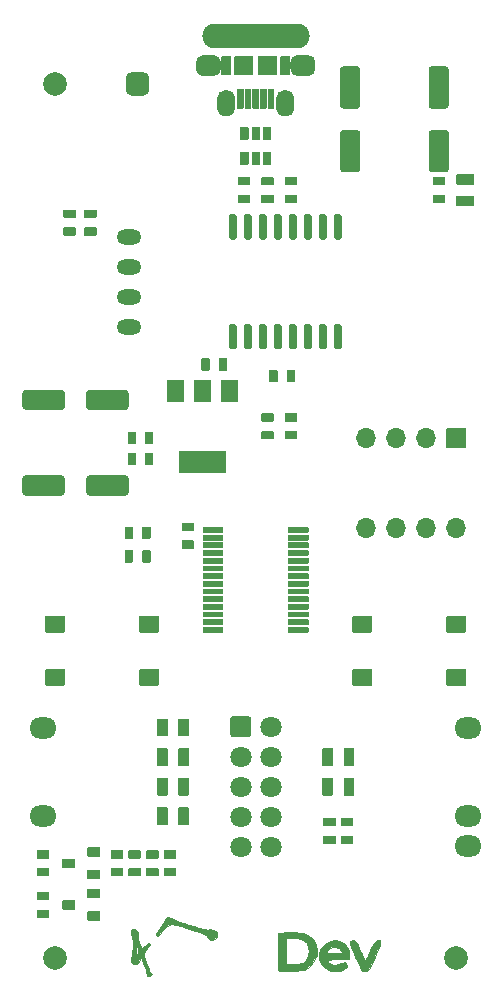
<source format=gts>
%TF.GenerationSoftware,KiCad,Pcbnew,(5.1.10)-1*%
%TF.CreationDate,2022-01-11T09:06:52+01:00*%
%TF.ProjectId,EspOptoProg,4573704f-7074-46f5-9072-6f672e6b6963,rev?*%
%TF.SameCoordinates,Original*%
%TF.FileFunction,Soldermask,Top*%
%TF.FilePolarity,Negative*%
%FSLAX46Y46*%
G04 Gerber Fmt 4.6, Leading zero omitted, Abs format (unit mm)*
G04 Created by KiCad (PCBNEW (5.1.10)-1) date 2022-01-11 09:06:52*
%MOMM*%
%LPD*%
G01*
G04 APERTURE LIST*
%ADD10C,0.010000*%
%ADD11O,2.100000X1.300000*%
%ADD12C,2.000000*%
%ADD13O,1.700000X1.700000*%
%ADD14C,1.800000*%
%ADD15O,2.300000X1.800000*%
%ADD16O,9.100000X2.100000*%
%ADD17O,1.000000X1.650000*%
%ADD18O,1.400000X1.100000*%
G04 APERTURE END LIST*
D10*
%TO.C,LOGO2*%
G36*
X12848121Y6399510D02*
G01*
X13032471Y6296958D01*
X13230412Y6190430D01*
X13530816Y6067645D01*
X13871916Y5953604D01*
X13904000Y5944189D01*
X14329899Y5817600D01*
X14802023Y5672381D01*
X15162144Y5557987D01*
X15602198Y5436436D01*
X15939082Y5395762D01*
X16116805Y5408655D01*
X16425523Y5401957D01*
X16648656Y5292437D01*
X16765084Y5111202D01*
X16753685Y4889362D01*
X16613333Y4677333D01*
X16417381Y4533462D01*
X16227280Y4535096D01*
X16039505Y4639801D01*
X15899138Y4773966D01*
X15851333Y4878360D01*
X15776575Y4954621D01*
X15579843Y5054946D01*
X15302451Y5158559D01*
X15279833Y5165792D01*
X14599921Y5379884D01*
X14062306Y5546889D01*
X13648271Y5672141D01*
X13339101Y5760976D01*
X13116077Y5818729D01*
X12960482Y5850734D01*
X12853600Y5862326D01*
X12834906Y5862667D01*
X12631855Y5793146D01*
X12379622Y5603472D01*
X12110427Y5321972D01*
X11896039Y5037167D01*
X11745690Y4873780D01*
X11626916Y4873548D01*
X11565295Y4970164D01*
X11593028Y5100038D01*
X11721232Y5311569D01*
X11885452Y5519320D01*
X12084142Y5776886D01*
X12233740Y6021629D01*
X12295735Y6178989D01*
X12399266Y6369748D01*
X12595542Y6445200D01*
X12848121Y6399510D01*
G37*
X12848121Y6399510D02*
X13032471Y6296958D01*
X13230412Y6190430D01*
X13530816Y6067645D01*
X13871916Y5953604D01*
X13904000Y5944189D01*
X14329899Y5817600D01*
X14802023Y5672381D01*
X15162144Y5557987D01*
X15602198Y5436436D01*
X15939082Y5395762D01*
X16116805Y5408655D01*
X16425523Y5401957D01*
X16648656Y5292437D01*
X16765084Y5111202D01*
X16753685Y4889362D01*
X16613333Y4677333D01*
X16417381Y4533462D01*
X16227280Y4535096D01*
X16039505Y4639801D01*
X15899138Y4773966D01*
X15851333Y4878360D01*
X15776575Y4954621D01*
X15579843Y5054946D01*
X15302451Y5158559D01*
X15279833Y5165792D01*
X14599921Y5379884D01*
X14062306Y5546889D01*
X13648271Y5672141D01*
X13339101Y5760976D01*
X13116077Y5818729D01*
X12960482Y5850734D01*
X12853600Y5862326D01*
X12834906Y5862667D01*
X12631855Y5793146D01*
X12379622Y5603472D01*
X12110427Y5321972D01*
X11896039Y5037167D01*
X11745690Y4873780D01*
X11626916Y4873548D01*
X11565295Y4970164D01*
X11593028Y5100038D01*
X11721232Y5311569D01*
X11885452Y5519320D01*
X12084142Y5776886D01*
X12233740Y6021629D01*
X12295735Y6178989D01*
X12399266Y6369748D01*
X12595542Y6445200D01*
X12848121Y6399510D01*
G36*
X28439033Y4443852D02*
G01*
X28588263Y4231183D01*
X28645400Y4105833D01*
X28783732Y3785850D01*
X28928956Y3462755D01*
X28974428Y3365000D01*
X29091962Y3106329D01*
X29187434Y2880104D01*
X29205266Y2833738D01*
X29245745Y2762293D01*
X29297552Y2775452D01*
X29374862Y2892789D01*
X29491848Y3133878D01*
X29603753Y3384071D01*
X29802267Y3826818D01*
X29952539Y4136245D01*
X30070569Y4335704D01*
X30172353Y4448551D01*
X30273888Y4498140D01*
X30373618Y4508000D01*
X30492814Y4490602D01*
X30557779Y4425727D01*
X30564715Y4294354D01*
X30509818Y4077462D01*
X30389287Y3756030D01*
X30199322Y3311038D01*
X30081403Y3045834D01*
X29884349Y2609035D01*
X29739345Y2303003D01*
X29629799Y2103708D01*
X29539118Y1987121D01*
X29450710Y1929212D01*
X29347983Y1905951D01*
X29290337Y1900180D01*
X29143780Y1894364D01*
X29039088Y1928332D01*
X28947192Y2032353D01*
X28839026Y2236696D01*
X28721197Y2492847D01*
X28448207Y3101077D01*
X28242969Y3573157D01*
X28099635Y3925438D01*
X28012358Y4174273D01*
X27975289Y4336012D01*
X27982581Y4427009D01*
X28017610Y4460325D01*
X28259875Y4513988D01*
X28439033Y4443852D01*
G37*
X28439033Y4443852D02*
X28588263Y4231183D01*
X28645400Y4105833D01*
X28783732Y3785850D01*
X28928956Y3462755D01*
X28974428Y3365000D01*
X29091962Y3106329D01*
X29187434Y2880104D01*
X29205266Y2833738D01*
X29245745Y2762293D01*
X29297552Y2775452D01*
X29374862Y2892789D01*
X29491848Y3133878D01*
X29603753Y3384071D01*
X29802267Y3826818D01*
X29952539Y4136245D01*
X30070569Y4335704D01*
X30172353Y4448551D01*
X30273888Y4498140D01*
X30373618Y4508000D01*
X30492814Y4490602D01*
X30557779Y4425727D01*
X30564715Y4294354D01*
X30509818Y4077462D01*
X30389287Y3756030D01*
X30199322Y3311038D01*
X30081403Y3045834D01*
X29884349Y2609035D01*
X29739345Y2303003D01*
X29629799Y2103708D01*
X29539118Y1987121D01*
X29450710Y1929212D01*
X29347983Y1905951D01*
X29290337Y1900180D01*
X29143780Y1894364D01*
X29039088Y1928332D01*
X28947192Y2032353D01*
X28839026Y2236696D01*
X28721197Y2492847D01*
X28448207Y3101077D01*
X28242969Y3573157D01*
X28099635Y3925438D01*
X28012358Y4174273D01*
X27975289Y4336012D01*
X27982581Y4427009D01*
X28017610Y4460325D01*
X28259875Y4513988D01*
X28439033Y4443852D01*
G36*
X27093175Y4430104D02*
G01*
X27443350Y4227652D01*
X27723264Y3933933D01*
X27899194Y3583630D01*
X27939973Y3238000D01*
X27916333Y2941667D01*
X26961864Y2899333D01*
X26550114Y2880123D01*
X26282324Y2861619D01*
X26133283Y2837026D01*
X26077783Y2799551D01*
X26090616Y2742402D01*
X26134293Y2676311D01*
X26354208Y2501452D01*
X26668678Y2432467D01*
X27035683Y2475120D01*
X27201026Y2529956D01*
X27424483Y2613153D01*
X27548708Y2628069D01*
X27630140Y2573059D01*
X27674387Y2516167D01*
X27770214Y2353173D01*
X27752597Y2233607D01*
X27604722Y2108724D01*
X27514167Y2051739D01*
X27181648Y1927400D01*
X26770193Y1883725D01*
X26350259Y1921658D01*
X26012609Y2031632D01*
X25688552Y2281916D01*
X25469691Y2630153D01*
X25365640Y3034518D01*
X25386014Y3453184D01*
X25386822Y3455233D01*
X26011333Y3455233D01*
X26089362Y3433138D01*
X26296937Y3416435D01*
X26594291Y3407892D01*
X26698993Y3407333D01*
X27386654Y3407333D01*
X27261852Y3597833D01*
X27019296Y3845492D01*
X26726361Y3954252D01*
X26425105Y3911373D01*
X26200814Y3769214D01*
X26047856Y3582169D01*
X26011333Y3455233D01*
X25386822Y3455233D01*
X25540427Y3844329D01*
X25581662Y3906433D01*
X25856646Y4180587D01*
X26216684Y4390614D01*
X26592052Y4499310D01*
X26706460Y4506607D01*
X27093175Y4430104D01*
G37*
X27093175Y4430104D02*
X27443350Y4227652D01*
X27723264Y3933933D01*
X27899194Y3583630D01*
X27939973Y3238000D01*
X27916333Y2941667D01*
X26961864Y2899333D01*
X26550114Y2880123D01*
X26282324Y2861619D01*
X26133283Y2837026D01*
X26077783Y2799551D01*
X26090616Y2742402D01*
X26134293Y2676311D01*
X26354208Y2501452D01*
X26668678Y2432467D01*
X27035683Y2475120D01*
X27201026Y2529956D01*
X27424483Y2613153D01*
X27548708Y2628069D01*
X27630140Y2573059D01*
X27674387Y2516167D01*
X27770214Y2353173D01*
X27752597Y2233607D01*
X27604722Y2108724D01*
X27514167Y2051739D01*
X27181648Y1927400D01*
X26770193Y1883725D01*
X26350259Y1921658D01*
X26012609Y2031632D01*
X25688552Y2281916D01*
X25469691Y2630153D01*
X25365640Y3034518D01*
X25386014Y3453184D01*
X25386822Y3455233D01*
X26011333Y3455233D01*
X26089362Y3433138D01*
X26296937Y3416435D01*
X26594291Y3407892D01*
X26698993Y3407333D01*
X27386654Y3407333D01*
X27261852Y3597833D01*
X27019296Y3845492D01*
X26726361Y3954252D01*
X26425105Y3911373D01*
X26200814Y3769214D01*
X26047856Y3582169D01*
X26011333Y3455233D01*
X25386822Y3455233D01*
X25540427Y3844329D01*
X25581662Y3906433D01*
X25856646Y4180587D01*
X26216684Y4390614D01*
X26592052Y4499310D01*
X26706460Y4506607D01*
X27093175Y4430104D01*
G36*
X23712172Y5150980D02*
G01*
X24029945Y5114747D01*
X24128680Y5093373D01*
X24524235Y4898431D01*
X24846611Y4562290D01*
X25079604Y4103213D01*
X25120856Y3975278D01*
X25193251Y3687486D01*
X25206006Y3467541D01*
X25159377Y3224905D01*
X25123323Y3098412D01*
X24896436Y2615681D01*
X24534557Y2234413D01*
X24277426Y2068785D01*
X24083312Y2004883D01*
X23784585Y1953005D01*
X23419049Y1914511D01*
X23024509Y1890762D01*
X22638769Y1883119D01*
X22299632Y1892943D01*
X22044904Y1921596D01*
X21912388Y1970437D01*
X21903648Y1983326D01*
X21890375Y2102705D01*
X21881256Y2361823D01*
X21880058Y2458624D01*
X22540000Y2458624D01*
X23266613Y2488479D01*
X23623060Y2506665D01*
X23855658Y2535017D01*
X24009843Y2587660D01*
X24131052Y2678718D01*
X24235740Y2789756D01*
X24470871Y3164924D01*
X24540917Y3577121D01*
X24471279Y3949580D01*
X24331919Y4245839D01*
X24127621Y4449323D01*
X23828346Y4577093D01*
X23404054Y4646208D01*
X23221006Y4659668D01*
X22540000Y4699090D01*
X22540000Y2458624D01*
X21880058Y2458624D01*
X21876685Y2731130D01*
X21877055Y3181072D01*
X21881805Y3621847D01*
X21905000Y5143000D01*
X22836333Y5168207D01*
X23297745Y5169759D01*
X23712172Y5150980D01*
G37*
X23712172Y5150980D02*
X24029945Y5114747D01*
X24128680Y5093373D01*
X24524235Y4898431D01*
X24846611Y4562290D01*
X25079604Y4103213D01*
X25120856Y3975278D01*
X25193251Y3687486D01*
X25206006Y3467541D01*
X25159377Y3224905D01*
X25123323Y3098412D01*
X24896436Y2615681D01*
X24534557Y2234413D01*
X24277426Y2068785D01*
X24083312Y2004883D01*
X23784585Y1953005D01*
X23419049Y1914511D01*
X23024509Y1890762D01*
X22638769Y1883119D01*
X22299632Y1892943D01*
X22044904Y1921596D01*
X21912388Y1970437D01*
X21903648Y1983326D01*
X21890375Y2102705D01*
X21881256Y2361823D01*
X21880058Y2458624D01*
X22540000Y2458624D01*
X23266613Y2488479D01*
X23623060Y2506665D01*
X23855658Y2535017D01*
X24009843Y2587660D01*
X24131052Y2678718D01*
X24235740Y2789756D01*
X24470871Y3164924D01*
X24540917Y3577121D01*
X24471279Y3949580D01*
X24331919Y4245839D01*
X24127621Y4449323D01*
X23828346Y4577093D01*
X23404054Y4646208D01*
X23221006Y4659668D01*
X22540000Y4699090D01*
X22540000Y2458624D01*
X21880058Y2458624D01*
X21876685Y2731130D01*
X21877055Y3181072D01*
X21881805Y3621847D01*
X21905000Y5143000D01*
X22836333Y5168207D01*
X23297745Y5169759D01*
X23712172Y5150980D01*
G36*
X9884726Y5386968D02*
G01*
X10019996Y5230836D01*
X10031200Y5005809D01*
X10031483Y4854925D01*
X10070920Y4618393D01*
X10135889Y4346960D01*
X10212768Y4091372D01*
X10287936Y3902374D01*
X10346646Y3830667D01*
X10437178Y3886452D01*
X10583335Y4022724D01*
X10602000Y4042333D01*
X10785613Y4196198D01*
X10937152Y4252208D01*
X11019592Y4200128D01*
X11025333Y4159344D01*
X10973308Y4043580D01*
X10841713Y3859854D01*
X10764025Y3767074D01*
X10601894Y3558491D01*
X10541414Y3387126D01*
X10557297Y3178122D01*
X10560036Y3163230D01*
X10634118Y2885344D01*
X10746900Y2575725D01*
X10779011Y2501812D01*
X10877114Y2261209D01*
X10934500Y2072015D01*
X10940667Y2025346D01*
X11000594Y1872749D01*
X11067667Y1798667D01*
X11184394Y1641329D01*
X11158778Y1514439D01*
X11000187Y1460072D01*
X10992263Y1460000D01*
X10842275Y1495416D01*
X10764914Y1632834D01*
X10743407Y1735167D01*
X10688943Y1976736D01*
X10603089Y2273146D01*
X10500917Y2581663D01*
X10397496Y2859553D01*
X10307897Y3064083D01*
X10247191Y3152520D01*
X10243278Y3153333D01*
X10197162Y3079922D01*
X10178666Y2909700D01*
X10117023Y2648823D01*
X9938272Y2508707D01*
X9696953Y2491049D01*
X9529001Y2537328D01*
X9453362Y2660788D01*
X9431666Y2804266D01*
X9437832Y3025458D01*
X9489851Y3175175D01*
X9495166Y3181033D01*
X9537683Y3300620D01*
X9567003Y3531978D01*
X9583106Y3831328D01*
X9583287Y3851833D01*
X9848095Y3851833D01*
X9860741Y3547240D01*
X9903998Y3362521D01*
X9969348Y3313029D01*
X10048273Y3414114D01*
X10066591Y3458030D01*
X10071787Y3614419D01*
X10025831Y3856978D01*
X9987363Y3987197D01*
X9856190Y4381000D01*
X9848095Y3851833D01*
X9583287Y3851833D01*
X9585971Y4154891D01*
X9575577Y4458886D01*
X9551902Y4699533D01*
X9514925Y4833054D01*
X9495969Y4846667D01*
X9441109Y4920313D01*
X9430853Y5103035D01*
X9432469Y5121833D01*
X9480580Y5324245D01*
X9598296Y5412325D01*
X9665923Y5426208D01*
X9884726Y5386968D01*
G37*
X9884726Y5386968D02*
X10019996Y5230836D01*
X10031200Y5005809D01*
X10031483Y4854925D01*
X10070920Y4618393D01*
X10135889Y4346960D01*
X10212768Y4091372D01*
X10287936Y3902374D01*
X10346646Y3830667D01*
X10437178Y3886452D01*
X10583335Y4022724D01*
X10602000Y4042333D01*
X10785613Y4196198D01*
X10937152Y4252208D01*
X11019592Y4200128D01*
X11025333Y4159344D01*
X10973308Y4043580D01*
X10841713Y3859854D01*
X10764025Y3767074D01*
X10601894Y3558491D01*
X10541414Y3387126D01*
X10557297Y3178122D01*
X10560036Y3163230D01*
X10634118Y2885344D01*
X10746900Y2575725D01*
X10779011Y2501812D01*
X10877114Y2261209D01*
X10934500Y2072015D01*
X10940667Y2025346D01*
X11000594Y1872749D01*
X11067667Y1798667D01*
X11184394Y1641329D01*
X11158778Y1514439D01*
X11000187Y1460072D01*
X10992263Y1460000D01*
X10842275Y1495416D01*
X10764914Y1632834D01*
X10743407Y1735167D01*
X10688943Y1976736D01*
X10603089Y2273146D01*
X10500917Y2581663D01*
X10397496Y2859553D01*
X10307897Y3064083D01*
X10247191Y3152520D01*
X10243278Y3153333D01*
X10197162Y3079922D01*
X10178666Y2909700D01*
X10117023Y2648823D01*
X9938272Y2508707D01*
X9696953Y2491049D01*
X9529001Y2537328D01*
X9453362Y2660788D01*
X9431666Y2804266D01*
X9437832Y3025458D01*
X9489851Y3175175D01*
X9495166Y3181033D01*
X9537683Y3300620D01*
X9567003Y3531978D01*
X9583106Y3831328D01*
X9583287Y3851833D01*
X9848095Y3851833D01*
X9860741Y3547240D01*
X9903998Y3362521D01*
X9969348Y3313029D01*
X10048273Y3414114D01*
X10066591Y3458030D01*
X10071787Y3614419D01*
X10025831Y3856978D01*
X9987363Y3987197D01*
X9856190Y4381000D01*
X9848095Y3851833D01*
X9583287Y3851833D01*
X9585971Y4154891D01*
X9575577Y4458886D01*
X9551902Y4699533D01*
X9514925Y4833054D01*
X9495969Y4846667D01*
X9441109Y4920313D01*
X9430853Y5103035D01*
X9432469Y5121833D01*
X9480580Y5324245D01*
X9598296Y5412325D01*
X9665923Y5426208D01*
X9884726Y5386968D01*
%TD*%
D11*
%TO.C,U50*%
X9250000Y56440000D03*
X9250000Y58980000D03*
X9250000Y61520000D03*
X9250000Y64060000D03*
%TD*%
%TO.C,C21*%
G36*
G01*
X21150000Y51775000D02*
X21150000Y52725000D01*
G75*
G02*
X21200000Y52775000I50000J0D01*
G01*
X21800000Y52775000D01*
G75*
G02*
X21850000Y52725000I0J-50000D01*
G01*
X21850000Y51775000D01*
G75*
G02*
X21800000Y51725000I-50000J0D01*
G01*
X21200000Y51725000D01*
G75*
G02*
X21150000Y51775000I0J50000D01*
G01*
G37*
G36*
G01*
X22650000Y51775000D02*
X22650000Y52725000D01*
G75*
G02*
X22700000Y52775000I50000J0D01*
G01*
X23300000Y52775000D01*
G75*
G02*
X23350000Y52725000I0J-50000D01*
G01*
X23350000Y51775000D01*
G75*
G02*
X23300000Y51725000I-50000J0D01*
G01*
X22700000Y51725000D01*
G75*
G02*
X22650000Y51775000I0J50000D01*
G01*
G37*
%TD*%
%TO.C,C20*%
G36*
G01*
X23475000Y66900000D02*
X22525000Y66900000D01*
G75*
G02*
X22475000Y66950000I0J50000D01*
G01*
X22475000Y67550000D01*
G75*
G02*
X22525000Y67600000I50000J0D01*
G01*
X23475000Y67600000D01*
G75*
G02*
X23525000Y67550000I0J-50000D01*
G01*
X23525000Y66950000D01*
G75*
G02*
X23475000Y66900000I-50000J0D01*
G01*
G37*
G36*
G01*
X23475000Y68400000D02*
X22525000Y68400000D01*
G75*
G02*
X22475000Y68450000I0J50000D01*
G01*
X22475000Y69050000D01*
G75*
G02*
X22525000Y69100000I50000J0D01*
G01*
X23475000Y69100000D01*
G75*
G02*
X23525000Y69050000I0J-50000D01*
G01*
X23525000Y68450000D01*
G75*
G02*
X23475000Y68400000I-50000J0D01*
G01*
G37*
%TD*%
%TO.C,U20*%
G36*
G01*
X26770000Y56675000D02*
X27120000Y56675000D01*
G75*
G02*
X27295000Y56500000I0J-175000D01*
G01*
X27295000Y54700000D01*
G75*
G02*
X27120000Y54525000I-175000J0D01*
G01*
X26770000Y54525000D01*
G75*
G02*
X26595000Y54700000I0J175000D01*
G01*
X26595000Y56500000D01*
G75*
G02*
X26770000Y56675000I175000J0D01*
G01*
G37*
G36*
G01*
X25500000Y56675000D02*
X25850000Y56675000D01*
G75*
G02*
X26025000Y56500000I0J-175000D01*
G01*
X26025000Y54700000D01*
G75*
G02*
X25850000Y54525000I-175000J0D01*
G01*
X25500000Y54525000D01*
G75*
G02*
X25325000Y54700000I0J175000D01*
G01*
X25325000Y56500000D01*
G75*
G02*
X25500000Y56675000I175000J0D01*
G01*
G37*
G36*
G01*
X24230000Y56675000D02*
X24580000Y56675000D01*
G75*
G02*
X24755000Y56500000I0J-175000D01*
G01*
X24755000Y54700000D01*
G75*
G02*
X24580000Y54525000I-175000J0D01*
G01*
X24230000Y54525000D01*
G75*
G02*
X24055000Y54700000I0J175000D01*
G01*
X24055000Y56500000D01*
G75*
G02*
X24230000Y56675000I175000J0D01*
G01*
G37*
G36*
G01*
X22960000Y56675000D02*
X23310000Y56675000D01*
G75*
G02*
X23485000Y56500000I0J-175000D01*
G01*
X23485000Y54700000D01*
G75*
G02*
X23310000Y54525000I-175000J0D01*
G01*
X22960000Y54525000D01*
G75*
G02*
X22785000Y54700000I0J175000D01*
G01*
X22785000Y56500000D01*
G75*
G02*
X22960000Y56675000I175000J0D01*
G01*
G37*
G36*
G01*
X21690000Y56675000D02*
X22040000Y56675000D01*
G75*
G02*
X22215000Y56500000I0J-175000D01*
G01*
X22215000Y54700000D01*
G75*
G02*
X22040000Y54525000I-175000J0D01*
G01*
X21690000Y54525000D01*
G75*
G02*
X21515000Y54700000I0J175000D01*
G01*
X21515000Y56500000D01*
G75*
G02*
X21690000Y56675000I175000J0D01*
G01*
G37*
G36*
G01*
X20420000Y56675000D02*
X20770000Y56675000D01*
G75*
G02*
X20945000Y56500000I0J-175000D01*
G01*
X20945000Y54700000D01*
G75*
G02*
X20770000Y54525000I-175000J0D01*
G01*
X20420000Y54525000D01*
G75*
G02*
X20245000Y54700000I0J175000D01*
G01*
X20245000Y56500000D01*
G75*
G02*
X20420000Y56675000I175000J0D01*
G01*
G37*
G36*
G01*
X19150000Y56675000D02*
X19500000Y56675000D01*
G75*
G02*
X19675000Y56500000I0J-175000D01*
G01*
X19675000Y54700000D01*
G75*
G02*
X19500000Y54525000I-175000J0D01*
G01*
X19150000Y54525000D01*
G75*
G02*
X18975000Y54700000I0J175000D01*
G01*
X18975000Y56500000D01*
G75*
G02*
X19150000Y56675000I175000J0D01*
G01*
G37*
G36*
G01*
X17880000Y56675000D02*
X18230000Y56675000D01*
G75*
G02*
X18405000Y56500000I0J-175000D01*
G01*
X18405000Y54700000D01*
G75*
G02*
X18230000Y54525000I-175000J0D01*
G01*
X17880000Y54525000D01*
G75*
G02*
X17705000Y54700000I0J175000D01*
G01*
X17705000Y56500000D01*
G75*
G02*
X17880000Y56675000I175000J0D01*
G01*
G37*
G36*
G01*
X17880000Y65975000D02*
X18230000Y65975000D01*
G75*
G02*
X18405000Y65800000I0J-175000D01*
G01*
X18405000Y64000000D01*
G75*
G02*
X18230000Y63825000I-175000J0D01*
G01*
X17880000Y63825000D01*
G75*
G02*
X17705000Y64000000I0J175000D01*
G01*
X17705000Y65800000D01*
G75*
G02*
X17880000Y65975000I175000J0D01*
G01*
G37*
G36*
G01*
X19150000Y65975000D02*
X19500000Y65975000D01*
G75*
G02*
X19675000Y65800000I0J-175000D01*
G01*
X19675000Y64000000D01*
G75*
G02*
X19500000Y63825000I-175000J0D01*
G01*
X19150000Y63825000D01*
G75*
G02*
X18975000Y64000000I0J175000D01*
G01*
X18975000Y65800000D01*
G75*
G02*
X19150000Y65975000I175000J0D01*
G01*
G37*
G36*
G01*
X20420000Y65975000D02*
X20770000Y65975000D01*
G75*
G02*
X20945000Y65800000I0J-175000D01*
G01*
X20945000Y64000000D01*
G75*
G02*
X20770000Y63825000I-175000J0D01*
G01*
X20420000Y63825000D01*
G75*
G02*
X20245000Y64000000I0J175000D01*
G01*
X20245000Y65800000D01*
G75*
G02*
X20420000Y65975000I175000J0D01*
G01*
G37*
G36*
G01*
X21690000Y65975000D02*
X22040000Y65975000D01*
G75*
G02*
X22215000Y65800000I0J-175000D01*
G01*
X22215000Y64000000D01*
G75*
G02*
X22040000Y63825000I-175000J0D01*
G01*
X21690000Y63825000D01*
G75*
G02*
X21515000Y64000000I0J175000D01*
G01*
X21515000Y65800000D01*
G75*
G02*
X21690000Y65975000I175000J0D01*
G01*
G37*
G36*
G01*
X22960000Y65975000D02*
X23310000Y65975000D01*
G75*
G02*
X23485000Y65800000I0J-175000D01*
G01*
X23485000Y64000000D01*
G75*
G02*
X23310000Y63825000I-175000J0D01*
G01*
X22960000Y63825000D01*
G75*
G02*
X22785000Y64000000I0J175000D01*
G01*
X22785000Y65800000D01*
G75*
G02*
X22960000Y65975000I175000J0D01*
G01*
G37*
G36*
G01*
X24230000Y65975000D02*
X24580000Y65975000D01*
G75*
G02*
X24755000Y65800000I0J-175000D01*
G01*
X24755000Y64000000D01*
G75*
G02*
X24580000Y63825000I-175000J0D01*
G01*
X24230000Y63825000D01*
G75*
G02*
X24055000Y64000000I0J175000D01*
G01*
X24055000Y65800000D01*
G75*
G02*
X24230000Y65975000I175000J0D01*
G01*
G37*
G36*
G01*
X25500000Y65975000D02*
X25850000Y65975000D01*
G75*
G02*
X26025000Y65800000I0J-175000D01*
G01*
X26025000Y64000000D01*
G75*
G02*
X25850000Y63825000I-175000J0D01*
G01*
X25500000Y63825000D01*
G75*
G02*
X25325000Y64000000I0J175000D01*
G01*
X25325000Y65800000D01*
G75*
G02*
X25500000Y65975000I175000J0D01*
G01*
G37*
G36*
G01*
X26770000Y65975000D02*
X27120000Y65975000D01*
G75*
G02*
X27295000Y65800000I0J-175000D01*
G01*
X27295000Y64000000D01*
G75*
G02*
X27120000Y63825000I-175000J0D01*
G01*
X26770000Y63825000D01*
G75*
G02*
X26595000Y64000000I0J175000D01*
G01*
X26595000Y65800000D01*
G75*
G02*
X26770000Y65975000I175000J0D01*
G01*
G37*
%TD*%
D12*
%TO.C,FID3*%
X37000000Y3000000D03*
%TD*%
%TO.C,FID2*%
X3000000Y3000000D03*
%TD*%
%TO.C,FID1*%
X3000000Y77000000D03*
%TD*%
%TO.C,U30*%
G36*
G01*
X17225000Y37675000D02*
X15575000Y37675000D01*
G75*
G02*
X15525000Y37725000I0J50000D01*
G01*
X15525000Y38125000D01*
G75*
G02*
X15575000Y38175000I50000J0D01*
G01*
X17225000Y38175000D01*
G75*
G02*
X17275000Y38125000I0J-50000D01*
G01*
X17275000Y37725000D01*
G75*
G02*
X17225000Y37675000I-50000J0D01*
G01*
G37*
G36*
G01*
X17225000Y38325000D02*
X15575000Y38325000D01*
G75*
G02*
X15525000Y38375000I0J50000D01*
G01*
X15525000Y38775000D01*
G75*
G02*
X15575000Y38825000I50000J0D01*
G01*
X17225000Y38825000D01*
G75*
G02*
X17275000Y38775000I0J-50000D01*
G01*
X17275000Y38375000D01*
G75*
G02*
X17225000Y38325000I-50000J0D01*
G01*
G37*
G36*
G01*
X17225000Y38975000D02*
X15575000Y38975000D01*
G75*
G02*
X15525000Y39025000I0J50000D01*
G01*
X15525000Y39425000D01*
G75*
G02*
X15575000Y39475000I50000J0D01*
G01*
X17225000Y39475000D01*
G75*
G02*
X17275000Y39425000I0J-50000D01*
G01*
X17275000Y39025000D01*
G75*
G02*
X17225000Y38975000I-50000J0D01*
G01*
G37*
G36*
G01*
X24425000Y38975000D02*
X22775000Y38975000D01*
G75*
G02*
X22725000Y39025000I0J50000D01*
G01*
X22725000Y39425000D01*
G75*
G02*
X22775000Y39475000I50000J0D01*
G01*
X24425000Y39475000D01*
G75*
G02*
X24475000Y39425000I0J-50000D01*
G01*
X24475000Y39025000D01*
G75*
G02*
X24425000Y38975000I-50000J0D01*
G01*
G37*
G36*
G01*
X24425000Y38325000D02*
X22775000Y38325000D01*
G75*
G02*
X22725000Y38375000I0J50000D01*
G01*
X22725000Y38775000D01*
G75*
G02*
X22775000Y38825000I50000J0D01*
G01*
X24425000Y38825000D01*
G75*
G02*
X24475000Y38775000I0J-50000D01*
G01*
X24475000Y38375000D01*
G75*
G02*
X24425000Y38325000I-50000J0D01*
G01*
G37*
G36*
G01*
X24425000Y37675000D02*
X22775000Y37675000D01*
G75*
G02*
X22725000Y37725000I0J50000D01*
G01*
X22725000Y38125000D01*
G75*
G02*
X22775000Y38175000I50000J0D01*
G01*
X24425000Y38175000D01*
G75*
G02*
X24475000Y38125000I0J-50000D01*
G01*
X24475000Y37725000D01*
G75*
G02*
X24425000Y37675000I-50000J0D01*
G01*
G37*
G36*
G01*
X24425000Y31825000D02*
X22775000Y31825000D01*
G75*
G02*
X22725000Y31875000I0J50000D01*
G01*
X22725000Y32275000D01*
G75*
G02*
X22775000Y32325000I50000J0D01*
G01*
X24425000Y32325000D01*
G75*
G02*
X24475000Y32275000I0J-50000D01*
G01*
X24475000Y31875000D01*
G75*
G02*
X24425000Y31825000I-50000J0D01*
G01*
G37*
G36*
G01*
X24425000Y31175000D02*
X22775000Y31175000D01*
G75*
G02*
X22725000Y31225000I0J50000D01*
G01*
X22725000Y31625000D01*
G75*
G02*
X22775000Y31675000I50000J0D01*
G01*
X24425000Y31675000D01*
G75*
G02*
X24475000Y31625000I0J-50000D01*
G01*
X24475000Y31225000D01*
G75*
G02*
X24425000Y31175000I-50000J0D01*
G01*
G37*
G36*
G01*
X24425000Y30525000D02*
X22775000Y30525000D01*
G75*
G02*
X22725000Y30575000I0J50000D01*
G01*
X22725000Y30975000D01*
G75*
G02*
X22775000Y31025000I50000J0D01*
G01*
X24425000Y31025000D01*
G75*
G02*
X24475000Y30975000I0J-50000D01*
G01*
X24475000Y30575000D01*
G75*
G02*
X24425000Y30525000I-50000J0D01*
G01*
G37*
G36*
G01*
X17225000Y30525000D02*
X15575000Y30525000D01*
G75*
G02*
X15525000Y30575000I0J50000D01*
G01*
X15525000Y30975000D01*
G75*
G02*
X15575000Y31025000I50000J0D01*
G01*
X17225000Y31025000D01*
G75*
G02*
X17275000Y30975000I0J-50000D01*
G01*
X17275000Y30575000D01*
G75*
G02*
X17225000Y30525000I-50000J0D01*
G01*
G37*
G36*
G01*
X17225000Y31175000D02*
X15575000Y31175000D01*
G75*
G02*
X15525000Y31225000I0J50000D01*
G01*
X15525000Y31625000D01*
G75*
G02*
X15575000Y31675000I50000J0D01*
G01*
X17225000Y31675000D01*
G75*
G02*
X17275000Y31625000I0J-50000D01*
G01*
X17275000Y31225000D01*
G75*
G02*
X17225000Y31175000I-50000J0D01*
G01*
G37*
G36*
G01*
X17225000Y31825000D02*
X15575000Y31825000D01*
G75*
G02*
X15525000Y31875000I0J50000D01*
G01*
X15525000Y32275000D01*
G75*
G02*
X15575000Y32325000I50000J0D01*
G01*
X17225000Y32325000D01*
G75*
G02*
X17275000Y32275000I0J-50000D01*
G01*
X17275000Y31875000D01*
G75*
G02*
X17225000Y31825000I-50000J0D01*
G01*
G37*
G36*
G01*
X17225000Y33125000D02*
X15575000Y33125000D01*
G75*
G02*
X15525000Y33175000I0J50000D01*
G01*
X15525000Y33575000D01*
G75*
G02*
X15575000Y33625000I50000J0D01*
G01*
X17225000Y33625000D01*
G75*
G02*
X17275000Y33575000I0J-50000D01*
G01*
X17275000Y33175000D01*
G75*
G02*
X17225000Y33125000I-50000J0D01*
G01*
G37*
G36*
G01*
X24425000Y37025000D02*
X22775000Y37025000D01*
G75*
G02*
X22725000Y37075000I0J50000D01*
G01*
X22725000Y37475000D01*
G75*
G02*
X22775000Y37525000I50000J0D01*
G01*
X24425000Y37525000D01*
G75*
G02*
X24475000Y37475000I0J-50000D01*
G01*
X24475000Y37075000D01*
G75*
G02*
X24425000Y37025000I-50000J0D01*
G01*
G37*
G36*
G01*
X17225000Y33775000D02*
X15575000Y33775000D01*
G75*
G02*
X15525000Y33825000I0J50000D01*
G01*
X15525000Y34225000D01*
G75*
G02*
X15575000Y34275000I50000J0D01*
G01*
X17225000Y34275000D01*
G75*
G02*
X17275000Y34225000I0J-50000D01*
G01*
X17275000Y33825000D01*
G75*
G02*
X17225000Y33775000I-50000J0D01*
G01*
G37*
G36*
G01*
X17225000Y34425000D02*
X15575000Y34425000D01*
G75*
G02*
X15525000Y34475000I0J50000D01*
G01*
X15525000Y34875000D01*
G75*
G02*
X15575000Y34925000I50000J0D01*
G01*
X17225000Y34925000D01*
G75*
G02*
X17275000Y34875000I0J-50000D01*
G01*
X17275000Y34475000D01*
G75*
G02*
X17225000Y34425000I-50000J0D01*
G01*
G37*
G36*
G01*
X17225000Y35075000D02*
X15575000Y35075000D01*
G75*
G02*
X15525000Y35125000I0J50000D01*
G01*
X15525000Y35525000D01*
G75*
G02*
X15575000Y35575000I50000J0D01*
G01*
X17225000Y35575000D01*
G75*
G02*
X17275000Y35525000I0J-50000D01*
G01*
X17275000Y35125000D01*
G75*
G02*
X17225000Y35075000I-50000J0D01*
G01*
G37*
G36*
G01*
X17225000Y35725000D02*
X15575000Y35725000D01*
G75*
G02*
X15525000Y35775000I0J50000D01*
G01*
X15525000Y36175000D01*
G75*
G02*
X15575000Y36225000I50000J0D01*
G01*
X17225000Y36225000D01*
G75*
G02*
X17275000Y36175000I0J-50000D01*
G01*
X17275000Y35775000D01*
G75*
G02*
X17225000Y35725000I-50000J0D01*
G01*
G37*
G36*
G01*
X17225000Y36375000D02*
X15575000Y36375000D01*
G75*
G02*
X15525000Y36425000I0J50000D01*
G01*
X15525000Y36825000D01*
G75*
G02*
X15575000Y36875000I50000J0D01*
G01*
X17225000Y36875000D01*
G75*
G02*
X17275000Y36825000I0J-50000D01*
G01*
X17275000Y36425000D01*
G75*
G02*
X17225000Y36375000I-50000J0D01*
G01*
G37*
G36*
G01*
X17225000Y37025000D02*
X15575000Y37025000D01*
G75*
G02*
X15525000Y37075000I0J50000D01*
G01*
X15525000Y37475000D01*
G75*
G02*
X15575000Y37525000I50000J0D01*
G01*
X17225000Y37525000D01*
G75*
G02*
X17275000Y37475000I0J-50000D01*
G01*
X17275000Y37075000D01*
G75*
G02*
X17225000Y37025000I-50000J0D01*
G01*
G37*
G36*
G01*
X24425000Y33775000D02*
X22775000Y33775000D01*
G75*
G02*
X22725000Y33825000I0J50000D01*
G01*
X22725000Y34225000D01*
G75*
G02*
X22775000Y34275000I50000J0D01*
G01*
X24425000Y34275000D01*
G75*
G02*
X24475000Y34225000I0J-50000D01*
G01*
X24475000Y33825000D01*
G75*
G02*
X24425000Y33775000I-50000J0D01*
G01*
G37*
G36*
G01*
X24425000Y33125000D02*
X22775000Y33125000D01*
G75*
G02*
X22725000Y33175000I0J50000D01*
G01*
X22725000Y33575000D01*
G75*
G02*
X22775000Y33625000I50000J0D01*
G01*
X24425000Y33625000D01*
G75*
G02*
X24475000Y33575000I0J-50000D01*
G01*
X24475000Y33175000D01*
G75*
G02*
X24425000Y33125000I-50000J0D01*
G01*
G37*
G36*
G01*
X24425000Y32475000D02*
X22775000Y32475000D01*
G75*
G02*
X22725000Y32525000I0J50000D01*
G01*
X22725000Y32925000D01*
G75*
G02*
X22775000Y32975000I50000J0D01*
G01*
X24425000Y32975000D01*
G75*
G02*
X24475000Y32925000I0J-50000D01*
G01*
X24475000Y32525000D01*
G75*
G02*
X24425000Y32475000I-50000J0D01*
G01*
G37*
G36*
G01*
X17225000Y32475000D02*
X15575000Y32475000D01*
G75*
G02*
X15525000Y32525000I0J50000D01*
G01*
X15525000Y32925000D01*
G75*
G02*
X15575000Y32975000I50000J0D01*
G01*
X17225000Y32975000D01*
G75*
G02*
X17275000Y32925000I0J-50000D01*
G01*
X17275000Y32525000D01*
G75*
G02*
X17225000Y32475000I-50000J0D01*
G01*
G37*
G36*
G01*
X24425000Y36375000D02*
X22775000Y36375000D01*
G75*
G02*
X22725000Y36425000I0J50000D01*
G01*
X22725000Y36825000D01*
G75*
G02*
X22775000Y36875000I50000J0D01*
G01*
X24425000Y36875000D01*
G75*
G02*
X24475000Y36825000I0J-50000D01*
G01*
X24475000Y36425000D01*
G75*
G02*
X24425000Y36375000I-50000J0D01*
G01*
G37*
G36*
G01*
X24425000Y35725000D02*
X22775000Y35725000D01*
G75*
G02*
X22725000Y35775000I0J50000D01*
G01*
X22725000Y36175000D01*
G75*
G02*
X22775000Y36225000I50000J0D01*
G01*
X24425000Y36225000D01*
G75*
G02*
X24475000Y36175000I0J-50000D01*
G01*
X24475000Y35775000D01*
G75*
G02*
X24425000Y35725000I-50000J0D01*
G01*
G37*
G36*
G01*
X24425000Y35075000D02*
X22775000Y35075000D01*
G75*
G02*
X22725000Y35125000I0J50000D01*
G01*
X22725000Y35525000D01*
G75*
G02*
X22775000Y35575000I50000J0D01*
G01*
X24425000Y35575000D01*
G75*
G02*
X24475000Y35525000I0J-50000D01*
G01*
X24475000Y35125000D01*
G75*
G02*
X24425000Y35075000I-50000J0D01*
G01*
G37*
G36*
G01*
X24425000Y34425000D02*
X22775000Y34425000D01*
G75*
G02*
X22725000Y34475000I0J50000D01*
G01*
X22725000Y34875000D01*
G75*
G02*
X22775000Y34925000I50000J0D01*
G01*
X24425000Y34925000D01*
G75*
G02*
X24475000Y34875000I0J-50000D01*
G01*
X24475000Y34475000D01*
G75*
G02*
X24425000Y34425000I-50000J0D01*
G01*
G37*
%TD*%
%TO.C,C53*%
G36*
G01*
X36084375Y74900000D02*
X34915625Y74900000D01*
G75*
G02*
X34650000Y75165625I0J265625D01*
G01*
X34650000Y78234375D01*
G75*
G02*
X34915625Y78500000I265625J0D01*
G01*
X36084375Y78500000D01*
G75*
G02*
X36350000Y78234375I0J-265625D01*
G01*
X36350000Y75165625D01*
G75*
G02*
X36084375Y74900000I-265625J0D01*
G01*
G37*
G36*
G01*
X36084375Y69500000D02*
X34915625Y69500000D01*
G75*
G02*
X34650000Y69765625I0J265625D01*
G01*
X34650000Y72834375D01*
G75*
G02*
X34915625Y73100000I265625J0D01*
G01*
X36084375Y73100000D01*
G75*
G02*
X36350000Y72834375I0J-265625D01*
G01*
X36350000Y69765625D01*
G75*
G02*
X36084375Y69500000I-265625J0D01*
G01*
G37*
%TD*%
D13*
%TO.C,J30*%
X37000000Y39380000D03*
X29380000Y47000000D03*
X34460000Y39380000D03*
X31920000Y47000000D03*
X31920000Y39380000D03*
X34460000Y47000000D03*
X29380000Y39380000D03*
G36*
G01*
X36200000Y47850000D02*
X37800000Y47850000D01*
G75*
G02*
X37850000Y47800000I0J-50000D01*
G01*
X37850000Y46200000D01*
G75*
G02*
X37800000Y46150000I-50000J0D01*
G01*
X36200000Y46150000D01*
G75*
G02*
X36150000Y46200000I0J50000D01*
G01*
X36150000Y47800000D01*
G75*
G02*
X36200000Y47850000I50000J0D01*
G01*
G37*
%TD*%
D14*
%TO.C,J40*%
X21270000Y12420000D03*
X21270000Y14960000D03*
X21270000Y17500000D03*
X21270000Y20040000D03*
X21270000Y22580000D03*
X18730000Y12420000D03*
X18730000Y14960000D03*
X18730000Y17500000D03*
X18730000Y20040000D03*
G36*
G01*
X17830000Y21944705D02*
X17830000Y23215295D01*
G75*
G02*
X18094705Y23480000I264705J0D01*
G01*
X19365295Y23480000D01*
G75*
G02*
X19630000Y23215295I0J-264705D01*
G01*
X19630000Y21944705D01*
G75*
G02*
X19365295Y21680000I-264705J0D01*
G01*
X18094705Y21680000D01*
G75*
G02*
X17830000Y21944705I0J264705D01*
G01*
G37*
%TD*%
%TO.C,C57*%
G36*
G01*
X11100000Y39475000D02*
X11100000Y38525000D01*
G75*
G02*
X11050000Y38475000I-50000J0D01*
G01*
X10450000Y38475000D01*
G75*
G02*
X10400000Y38525000I0J50000D01*
G01*
X10400000Y39475000D01*
G75*
G02*
X10450000Y39525000I50000J0D01*
G01*
X11050000Y39525000D01*
G75*
G02*
X11100000Y39475000I0J-50000D01*
G01*
G37*
G36*
G01*
X9600000Y39475000D02*
X9600000Y38525000D01*
G75*
G02*
X9550000Y38475000I-50000J0D01*
G01*
X8950000Y38475000D01*
G75*
G02*
X8900000Y38525000I0J50000D01*
G01*
X8900000Y39475000D01*
G75*
G02*
X8950000Y39525000I50000J0D01*
G01*
X9550000Y39525000D01*
G75*
G02*
X9600000Y39475000I0J-50000D01*
G01*
G37*
%TD*%
%TO.C,C56*%
G36*
G01*
X11100000Y37475000D02*
X11100000Y36525000D01*
G75*
G02*
X11050000Y36475000I-50000J0D01*
G01*
X10450000Y36475000D01*
G75*
G02*
X10400000Y36525000I0J50000D01*
G01*
X10400000Y37475000D01*
G75*
G02*
X10450000Y37525000I50000J0D01*
G01*
X11050000Y37525000D01*
G75*
G02*
X11100000Y37475000I0J-50000D01*
G01*
G37*
G36*
G01*
X9600000Y37475000D02*
X9600000Y36525000D01*
G75*
G02*
X9550000Y36475000I-50000J0D01*
G01*
X8950000Y36475000D01*
G75*
G02*
X8900000Y36525000I0J50000D01*
G01*
X8900000Y37475000D01*
G75*
G02*
X8950000Y37525000I50000J0D01*
G01*
X9550000Y37525000D01*
G75*
G02*
X9600000Y37475000I0J-50000D01*
G01*
G37*
%TD*%
%TO.C,C55*%
G36*
G01*
X3850000Y43584375D02*
X3850000Y42415625D01*
G75*
G02*
X3584375Y42150000I-265625J0D01*
G01*
X515625Y42150000D01*
G75*
G02*
X250000Y42415625I0J265625D01*
G01*
X250000Y43584375D01*
G75*
G02*
X515625Y43850000I265625J0D01*
G01*
X3584375Y43850000D01*
G75*
G02*
X3850000Y43584375I0J-265625D01*
G01*
G37*
G36*
G01*
X9250000Y43584375D02*
X9250000Y42415625D01*
G75*
G02*
X8984375Y42150000I-265625J0D01*
G01*
X5915625Y42150000D01*
G75*
G02*
X5650000Y42415625I0J265625D01*
G01*
X5650000Y43584375D01*
G75*
G02*
X5915625Y43850000I265625J0D01*
G01*
X8984375Y43850000D01*
G75*
G02*
X9250000Y43584375I0J-265625D01*
G01*
G37*
%TD*%
%TO.C,C54*%
G36*
G01*
X3850000Y50834375D02*
X3850000Y49665625D01*
G75*
G02*
X3584375Y49400000I-265625J0D01*
G01*
X515625Y49400000D01*
G75*
G02*
X250000Y49665625I0J265625D01*
G01*
X250000Y50834375D01*
G75*
G02*
X515625Y51100000I265625J0D01*
G01*
X3584375Y51100000D01*
G75*
G02*
X3850000Y50834375I0J-265625D01*
G01*
G37*
G36*
G01*
X9250000Y50834375D02*
X9250000Y49665625D01*
G75*
G02*
X8984375Y49400000I-265625J0D01*
G01*
X5915625Y49400000D01*
G75*
G02*
X5650000Y49665625I0J265625D01*
G01*
X5650000Y50834375D01*
G75*
G02*
X5915625Y51100000I265625J0D01*
G01*
X8984375Y51100000D01*
G75*
G02*
X9250000Y50834375I0J-265625D01*
G01*
G37*
%TD*%
%TO.C,C52*%
G36*
G01*
X28584375Y74900000D02*
X27415625Y74900000D01*
G75*
G02*
X27150000Y75165625I0J265625D01*
G01*
X27150000Y78234375D01*
G75*
G02*
X27415625Y78500000I265625J0D01*
G01*
X28584375Y78500000D01*
G75*
G02*
X28850000Y78234375I0J-265625D01*
G01*
X28850000Y75165625D01*
G75*
G02*
X28584375Y74900000I-265625J0D01*
G01*
G37*
G36*
G01*
X28584375Y69500000D02*
X27415625Y69500000D01*
G75*
G02*
X27150000Y69765625I0J265625D01*
G01*
X27150000Y72834375D01*
G75*
G02*
X27415625Y73100000I265625J0D01*
G01*
X28584375Y73100000D01*
G75*
G02*
X28850000Y72834375I0J-265625D01*
G01*
X28850000Y69765625D01*
G75*
G02*
X28584375Y69500000I-265625J0D01*
G01*
G37*
%TD*%
D15*
%TO.C,TP45*%
X2000000Y15000000D03*
%TD*%
%TO.C,TP44*%
X2000000Y22500000D03*
%TD*%
%TO.C,T71*%
G36*
G01*
X6807020Y8052500D02*
X5806260Y8052500D01*
G75*
G02*
X5756260Y8102500I0J50000D01*
G01*
X5756260Y8802500D01*
G75*
G02*
X5806260Y8852500I50000J0D01*
G01*
X6807020Y8852500D01*
G75*
G02*
X6857020Y8802500I0J-50000D01*
G01*
X6857020Y8102500D01*
G75*
G02*
X6807020Y8052500I-50000J0D01*
G01*
G37*
G36*
G01*
X4693740Y7100000D02*
X3692980Y7100000D01*
G75*
G02*
X3642980Y7150000I0J50000D01*
G01*
X3642980Y7850000D01*
G75*
G02*
X3692980Y7900000I50000J0D01*
G01*
X4693740Y7900000D01*
G75*
G02*
X4743740Y7850000I0J-50000D01*
G01*
X4743740Y7150000D01*
G75*
G02*
X4693740Y7100000I-50000J0D01*
G01*
G37*
G36*
G01*
X6807020Y6147500D02*
X5806260Y6147500D01*
G75*
G02*
X5756260Y6197500I0J50000D01*
G01*
X5756260Y6897500D01*
G75*
G02*
X5806260Y6947500I50000J0D01*
G01*
X6807020Y6947500D01*
G75*
G02*
X6857020Y6897500I0J-50000D01*
G01*
X6857020Y6197500D01*
G75*
G02*
X6807020Y6147500I-50000J0D01*
G01*
G37*
%TD*%
%TO.C,T70*%
G36*
G01*
X6807020Y11552500D02*
X5806260Y11552500D01*
G75*
G02*
X5756260Y11602500I0J50000D01*
G01*
X5756260Y12302500D01*
G75*
G02*
X5806260Y12352500I50000J0D01*
G01*
X6807020Y12352500D01*
G75*
G02*
X6857020Y12302500I0J-50000D01*
G01*
X6857020Y11602500D01*
G75*
G02*
X6807020Y11552500I-50000J0D01*
G01*
G37*
G36*
G01*
X4693740Y10600000D02*
X3692980Y10600000D01*
G75*
G02*
X3642980Y10650000I0J50000D01*
G01*
X3642980Y11350000D01*
G75*
G02*
X3692980Y11400000I50000J0D01*
G01*
X4693740Y11400000D01*
G75*
G02*
X4743740Y11350000I0J-50000D01*
G01*
X4743740Y10650000D01*
G75*
G02*
X4693740Y10600000I-50000J0D01*
G01*
G37*
G36*
G01*
X6807020Y9647500D02*
X5806260Y9647500D01*
G75*
G02*
X5756260Y9697500I0J50000D01*
G01*
X5756260Y10397500D01*
G75*
G02*
X5806260Y10447500I50000J0D01*
G01*
X6807020Y10447500D01*
G75*
G02*
X6857020Y10397500I0J-50000D01*
G01*
X6857020Y9697500D01*
G75*
G02*
X6807020Y9647500I-50000J0D01*
G01*
G37*
%TD*%
%TO.C,SKIP1*%
G36*
G01*
X9000000Y76500000D02*
X9000000Y77500000D01*
G75*
G02*
X9500000Y78000000I500000J0D01*
G01*
X10500000Y78000000D01*
G75*
G02*
X11000000Y77500000I0J-500000D01*
G01*
X11000000Y76500000D01*
G75*
G02*
X10500000Y76000000I-500000J0D01*
G01*
X9500000Y76000000D01*
G75*
G02*
X9000000Y76500000I0J500000D01*
G01*
G37*
%TD*%
%TO.C,R76*%
G36*
G01*
X10225000Y11400000D02*
X9275000Y11400000D01*
G75*
G02*
X9225000Y11450000I0J50000D01*
G01*
X9225000Y12050000D01*
G75*
G02*
X9275000Y12100000I50000J0D01*
G01*
X10225000Y12100000D01*
G75*
G02*
X10275000Y12050000I0J-50000D01*
G01*
X10275000Y11450000D01*
G75*
G02*
X10225000Y11400000I-50000J0D01*
G01*
G37*
G36*
G01*
X10225000Y9900000D02*
X9275000Y9900000D01*
G75*
G02*
X9225000Y9950000I0J50000D01*
G01*
X9225000Y10550000D01*
G75*
G02*
X9275000Y10600000I50000J0D01*
G01*
X10225000Y10600000D01*
G75*
G02*
X10275000Y10550000I0J-50000D01*
G01*
X10275000Y9950000D01*
G75*
G02*
X10225000Y9900000I-50000J0D01*
G01*
G37*
%TD*%
%TO.C,R75*%
G36*
G01*
X1525000Y7100000D02*
X2475000Y7100000D01*
G75*
G02*
X2525000Y7050000I0J-50000D01*
G01*
X2525000Y6450000D01*
G75*
G02*
X2475000Y6400000I-50000J0D01*
G01*
X1525000Y6400000D01*
G75*
G02*
X1475000Y6450000I0J50000D01*
G01*
X1475000Y7050000D01*
G75*
G02*
X1525000Y7100000I50000J0D01*
G01*
G37*
G36*
G01*
X1525000Y8600000D02*
X2475000Y8600000D01*
G75*
G02*
X2525000Y8550000I0J-50000D01*
G01*
X2525000Y7950000D01*
G75*
G02*
X2475000Y7900000I-50000J0D01*
G01*
X1525000Y7900000D01*
G75*
G02*
X1475000Y7950000I0J50000D01*
G01*
X1475000Y8550000D01*
G75*
G02*
X1525000Y8600000I50000J0D01*
G01*
G37*
%TD*%
%TO.C,R74*%
G36*
G01*
X11725000Y11400000D02*
X10775000Y11400000D01*
G75*
G02*
X10725000Y11450000I0J50000D01*
G01*
X10725000Y12050000D01*
G75*
G02*
X10775000Y12100000I50000J0D01*
G01*
X11725000Y12100000D01*
G75*
G02*
X11775000Y12050000I0J-50000D01*
G01*
X11775000Y11450000D01*
G75*
G02*
X11725000Y11400000I-50000J0D01*
G01*
G37*
G36*
G01*
X11725000Y9900000D02*
X10775000Y9900000D01*
G75*
G02*
X10725000Y9950000I0J50000D01*
G01*
X10725000Y10550000D01*
G75*
G02*
X10775000Y10600000I50000J0D01*
G01*
X11725000Y10600000D01*
G75*
G02*
X11775000Y10550000I0J-50000D01*
G01*
X11775000Y9950000D01*
G75*
G02*
X11725000Y9900000I-50000J0D01*
G01*
G37*
%TD*%
%TO.C,R73*%
G36*
G01*
X1525000Y10600000D02*
X2475000Y10600000D01*
G75*
G02*
X2525000Y10550000I0J-50000D01*
G01*
X2525000Y9950000D01*
G75*
G02*
X2475000Y9900000I-50000J0D01*
G01*
X1525000Y9900000D01*
G75*
G02*
X1475000Y9950000I0J50000D01*
G01*
X1475000Y10550000D01*
G75*
G02*
X1525000Y10600000I50000J0D01*
G01*
G37*
G36*
G01*
X1525000Y12100000D02*
X2475000Y12100000D01*
G75*
G02*
X2525000Y12050000I0J-50000D01*
G01*
X2525000Y11450000D01*
G75*
G02*
X2475000Y11400000I-50000J0D01*
G01*
X1525000Y11400000D01*
G75*
G02*
X1475000Y11450000I0J50000D01*
G01*
X1475000Y12050000D01*
G75*
G02*
X1525000Y12100000I50000J0D01*
G01*
G37*
%TD*%
%TO.C,D74*%
G36*
G01*
X13450000Y19300000D02*
X13450000Y20700000D01*
G75*
G02*
X13500000Y20750000I50000J0D01*
G01*
X14300000Y20750000D01*
G75*
G02*
X14350000Y20700000I0J-50000D01*
G01*
X14350000Y19300000D01*
G75*
G02*
X14300000Y19250000I-50000J0D01*
G01*
X13500000Y19250000D01*
G75*
G02*
X13450000Y19300000I0J50000D01*
G01*
G37*
G36*
G01*
X11650000Y19300000D02*
X11650000Y20700000D01*
G75*
G02*
X11700000Y20750000I50000J0D01*
G01*
X12500000Y20750000D01*
G75*
G02*
X12550000Y20700000I0J-50000D01*
G01*
X12550000Y19300000D01*
G75*
G02*
X12500000Y19250000I-50000J0D01*
G01*
X11700000Y19250000D01*
G75*
G02*
X11650000Y19300000I0J50000D01*
G01*
G37*
%TD*%
%TO.C,D73*%
G36*
G01*
X13450000Y16800000D02*
X13450000Y18200000D01*
G75*
G02*
X13500000Y18250000I50000J0D01*
G01*
X14300000Y18250000D01*
G75*
G02*
X14350000Y18200000I0J-50000D01*
G01*
X14350000Y16800000D01*
G75*
G02*
X14300000Y16750000I-50000J0D01*
G01*
X13500000Y16750000D01*
G75*
G02*
X13450000Y16800000I0J50000D01*
G01*
G37*
G36*
G01*
X11650000Y16800000D02*
X11650000Y18200000D01*
G75*
G02*
X11700000Y18250000I50000J0D01*
G01*
X12500000Y18250000D01*
G75*
G02*
X12550000Y18200000I0J-50000D01*
G01*
X12550000Y16800000D01*
G75*
G02*
X12500000Y16750000I-50000J0D01*
G01*
X11700000Y16750000D01*
G75*
G02*
X11650000Y16800000I0J50000D01*
G01*
G37*
%TD*%
%TO.C,TP43*%
X38000000Y12500000D03*
%TD*%
%TO.C,TP42*%
X38000000Y15000000D03*
%TD*%
%TO.C,TP41*%
X38000000Y22500000D03*
%TD*%
%TO.C,U60*%
G36*
G01*
X17449920Y45900690D02*
X17449920Y44099830D01*
G75*
G02*
X17399920Y44049830I-50000J0D01*
G01*
X13600080Y44049830D01*
G75*
G02*
X13550080Y44099830I0J50000D01*
G01*
X13550080Y45900690D01*
G75*
G02*
X13600080Y45950690I50000J0D01*
G01*
X17399920Y45950690D01*
G75*
G02*
X17449920Y45900690I0J-50000D01*
G01*
G37*
G36*
G01*
X13899000Y51900170D02*
X13899000Y50099310D01*
G75*
G02*
X13849000Y50049310I-50000J0D01*
G01*
X12548520Y50049310D01*
G75*
G02*
X12498520Y50099310I0J50000D01*
G01*
X12498520Y51900170D01*
G75*
G02*
X12548520Y51950170I50000J0D01*
G01*
X13849000Y51950170D01*
G75*
G02*
X13899000Y51900170I0J-50000D01*
G01*
G37*
G36*
G01*
X16200240Y51900170D02*
X16200240Y50099310D01*
G75*
G02*
X16150240Y50049310I-50000J0D01*
G01*
X14849760Y50049310D01*
G75*
G02*
X14799760Y50099310I0J50000D01*
G01*
X14799760Y51900170D01*
G75*
G02*
X14849760Y51950170I50000J0D01*
G01*
X16150240Y51950170D01*
G75*
G02*
X16200240Y51900170I0J-50000D01*
G01*
G37*
G36*
G01*
X18501480Y51900170D02*
X18501480Y50099310D01*
G75*
G02*
X18451480Y50049310I-50000J0D01*
G01*
X17151000Y50049310D01*
G75*
G02*
X17101000Y50099310I0J50000D01*
G01*
X17101000Y51900170D01*
G75*
G02*
X17151000Y51950170I50000J0D01*
G01*
X18451480Y51950170D01*
G75*
G02*
X18501480Y51900170I0J-50000D01*
G01*
G37*
%TD*%
%TO.C,R72*%
G36*
G01*
X8725000Y11400000D02*
X7775000Y11400000D01*
G75*
G02*
X7725000Y11450000I0J50000D01*
G01*
X7725000Y12050000D01*
G75*
G02*
X7775000Y12100000I50000J0D01*
G01*
X8725000Y12100000D01*
G75*
G02*
X8775000Y12050000I0J-50000D01*
G01*
X8775000Y11450000D01*
G75*
G02*
X8725000Y11400000I-50000J0D01*
G01*
G37*
G36*
G01*
X8725000Y9900000D02*
X7775000Y9900000D01*
G75*
G02*
X7725000Y9950000I0J50000D01*
G01*
X7725000Y10550000D01*
G75*
G02*
X7775000Y10600000I50000J0D01*
G01*
X8725000Y10600000D01*
G75*
G02*
X8775000Y10550000I0J-50000D01*
G01*
X8775000Y9950000D01*
G75*
G02*
X8725000Y9900000I-50000J0D01*
G01*
G37*
%TD*%
%TO.C,R71*%
G36*
G01*
X13225000Y11400000D02*
X12275000Y11400000D01*
G75*
G02*
X12225000Y11450000I0J50000D01*
G01*
X12225000Y12050000D01*
G75*
G02*
X12275000Y12100000I50000J0D01*
G01*
X13225000Y12100000D01*
G75*
G02*
X13275000Y12050000I0J-50000D01*
G01*
X13275000Y11450000D01*
G75*
G02*
X13225000Y11400000I-50000J0D01*
G01*
G37*
G36*
G01*
X13225000Y9900000D02*
X12275000Y9900000D01*
G75*
G02*
X12225000Y9950000I0J50000D01*
G01*
X12225000Y10550000D01*
G75*
G02*
X12275000Y10600000I50000J0D01*
G01*
X13225000Y10600000D01*
G75*
G02*
X13275000Y10550000I0J-50000D01*
G01*
X13275000Y9950000D01*
G75*
G02*
X13225000Y9900000I-50000J0D01*
G01*
G37*
%TD*%
%TO.C,R70*%
G36*
G01*
X35975000Y68400000D02*
X35025000Y68400000D01*
G75*
G02*
X34975000Y68450000I0J50000D01*
G01*
X34975000Y69050000D01*
G75*
G02*
X35025000Y69100000I50000J0D01*
G01*
X35975000Y69100000D01*
G75*
G02*
X36025000Y69050000I0J-50000D01*
G01*
X36025000Y68450000D01*
G75*
G02*
X35975000Y68400000I-50000J0D01*
G01*
G37*
G36*
G01*
X35975000Y66900000D02*
X35025000Y66900000D01*
G75*
G02*
X34975000Y66950000I0J50000D01*
G01*
X34975000Y67550000D01*
G75*
G02*
X35025000Y67600000I50000J0D01*
G01*
X35975000Y67600000D01*
G75*
G02*
X36025000Y67550000I0J-50000D01*
G01*
X36025000Y66950000D01*
G75*
G02*
X35975000Y66900000I-50000J0D01*
G01*
G37*
%TD*%
%TO.C,R33*%
G36*
G01*
X25775000Y13350000D02*
X26725000Y13350000D01*
G75*
G02*
X26775000Y13300000I0J-50000D01*
G01*
X26775000Y12700000D01*
G75*
G02*
X26725000Y12650000I-50000J0D01*
G01*
X25775000Y12650000D01*
G75*
G02*
X25725000Y12700000I0J50000D01*
G01*
X25725000Y13300000D01*
G75*
G02*
X25775000Y13350000I50000J0D01*
G01*
G37*
G36*
G01*
X25775000Y14850000D02*
X26725000Y14850000D01*
G75*
G02*
X26775000Y14800000I0J-50000D01*
G01*
X26775000Y14200000D01*
G75*
G02*
X26725000Y14150000I-50000J0D01*
G01*
X25775000Y14150000D01*
G75*
G02*
X25725000Y14200000I0J50000D01*
G01*
X25725000Y14800000D01*
G75*
G02*
X25775000Y14850000I50000J0D01*
G01*
G37*
%TD*%
%TO.C,R32*%
G36*
G01*
X27275000Y13350000D02*
X28225000Y13350000D01*
G75*
G02*
X28275000Y13300000I0J-50000D01*
G01*
X28275000Y12700000D01*
G75*
G02*
X28225000Y12650000I-50000J0D01*
G01*
X27275000Y12650000D01*
G75*
G02*
X27225000Y12700000I0J50000D01*
G01*
X27225000Y13300000D01*
G75*
G02*
X27275000Y13350000I50000J0D01*
G01*
G37*
G36*
G01*
X27275000Y14850000D02*
X28225000Y14850000D01*
G75*
G02*
X28275000Y14800000I0J-50000D01*
G01*
X28275000Y14200000D01*
G75*
G02*
X28225000Y14150000I-50000J0D01*
G01*
X27275000Y14150000D01*
G75*
G02*
X27225000Y14200000I0J50000D01*
G01*
X27225000Y14800000D01*
G75*
G02*
X27275000Y14850000I50000J0D01*
G01*
G37*
%TD*%
%TO.C,R31*%
G36*
G01*
X21475000Y48400000D02*
X20525000Y48400000D01*
G75*
G02*
X20475000Y48450000I0J50000D01*
G01*
X20475000Y49050000D01*
G75*
G02*
X20525000Y49100000I50000J0D01*
G01*
X21475000Y49100000D01*
G75*
G02*
X21525000Y49050000I0J-50000D01*
G01*
X21525000Y48450000D01*
G75*
G02*
X21475000Y48400000I-50000J0D01*
G01*
G37*
G36*
G01*
X21475000Y46900000D02*
X20525000Y46900000D01*
G75*
G02*
X20475000Y46950000I0J50000D01*
G01*
X20475000Y47550000D01*
G75*
G02*
X20525000Y47600000I50000J0D01*
G01*
X21475000Y47600000D01*
G75*
G02*
X21525000Y47550000I0J-50000D01*
G01*
X21525000Y46950000D01*
G75*
G02*
X21475000Y46900000I-50000J0D01*
G01*
G37*
%TD*%
%TO.C,R30*%
G36*
G01*
X22525000Y47600000D02*
X23475000Y47600000D01*
G75*
G02*
X23525000Y47550000I0J-50000D01*
G01*
X23525000Y46950000D01*
G75*
G02*
X23475000Y46900000I-50000J0D01*
G01*
X22525000Y46900000D01*
G75*
G02*
X22475000Y46950000I0J50000D01*
G01*
X22475000Y47550000D01*
G75*
G02*
X22525000Y47600000I50000J0D01*
G01*
G37*
G36*
G01*
X22525000Y49100000D02*
X23475000Y49100000D01*
G75*
G02*
X23525000Y49050000I0J-50000D01*
G01*
X23525000Y48450000D01*
G75*
G02*
X23475000Y48400000I-50000J0D01*
G01*
X22525000Y48400000D01*
G75*
G02*
X22475000Y48450000I0J50000D01*
G01*
X22475000Y49050000D01*
G75*
G02*
X22525000Y49100000I50000J0D01*
G01*
G37*
%TD*%
%TO.C,R11*%
G36*
G01*
X18525000Y67600000D02*
X19475000Y67600000D01*
G75*
G02*
X19525000Y67550000I0J-50000D01*
G01*
X19525000Y66950000D01*
G75*
G02*
X19475000Y66900000I-50000J0D01*
G01*
X18525000Y66900000D01*
G75*
G02*
X18475000Y66950000I0J50000D01*
G01*
X18475000Y67550000D01*
G75*
G02*
X18525000Y67600000I50000J0D01*
G01*
G37*
G36*
G01*
X18525000Y69100000D02*
X19475000Y69100000D01*
G75*
G02*
X19525000Y69050000I0J-50000D01*
G01*
X19525000Y68450000D01*
G75*
G02*
X19475000Y68400000I-50000J0D01*
G01*
X18525000Y68400000D01*
G75*
G02*
X18475000Y68450000I0J50000D01*
G01*
X18475000Y69050000D01*
G75*
G02*
X18525000Y69100000I50000J0D01*
G01*
G37*
%TD*%
%TO.C,R10*%
G36*
G01*
X20525000Y67600000D02*
X21475000Y67600000D01*
G75*
G02*
X21525000Y67550000I0J-50000D01*
G01*
X21525000Y66950000D01*
G75*
G02*
X21475000Y66900000I-50000J0D01*
G01*
X20525000Y66900000D01*
G75*
G02*
X20475000Y66950000I0J50000D01*
G01*
X20475000Y67550000D01*
G75*
G02*
X20525000Y67600000I50000J0D01*
G01*
G37*
G36*
G01*
X20525000Y69100000D02*
X21475000Y69100000D01*
G75*
G02*
X21525000Y69050000I0J-50000D01*
G01*
X21525000Y68450000D01*
G75*
G02*
X21475000Y68400000I-50000J0D01*
G01*
X20525000Y68400000D01*
G75*
G02*
X20475000Y68450000I0J50000D01*
G01*
X20475000Y69050000D01*
G75*
G02*
X20525000Y69100000I50000J0D01*
G01*
G37*
%TD*%
D16*
%TO.C,K10*%
X20000000Y81050000D03*
G36*
G01*
X25050000Y78875500D02*
X25050000Y78224500D01*
G75*
G02*
X24500500Y77675000I-549500J0D01*
G01*
X23499500Y77675000D01*
G75*
G02*
X22950000Y78224500I0J549500D01*
G01*
X22950000Y78875500D01*
G75*
G02*
X23499500Y79425000I549500J0D01*
G01*
X24500500Y79425000D01*
G75*
G02*
X25050000Y78875500I0J-549500D01*
G01*
G37*
G36*
G01*
X17050000Y78875500D02*
X17050000Y78224500D01*
G75*
G02*
X16500500Y77675000I-549500J0D01*
G01*
X15499500Y77675000D01*
G75*
G02*
X14950000Y78224500I0J549500D01*
G01*
X14950000Y78875500D01*
G75*
G02*
X15499500Y79425000I549500J0D01*
G01*
X16500500Y79425000D01*
G75*
G02*
X17050000Y78875500I0J-549500D01*
G01*
G37*
G36*
G01*
X23250000Y75850000D02*
X23250000Y74850000D01*
G75*
G02*
X22650000Y74250000I-600000J0D01*
G01*
X22350000Y74250000D01*
G75*
G02*
X21750000Y74850000I0J600000D01*
G01*
X21750000Y75850000D01*
G75*
G02*
X22350000Y76450000I600000J0D01*
G01*
X22650000Y76450000D01*
G75*
G02*
X23250000Y75850000I0J-600000D01*
G01*
G37*
G36*
G01*
X18250000Y75850000D02*
X18250000Y74850000D01*
G75*
G02*
X17650000Y74250000I-600000J0D01*
G01*
X17350000Y74250000D01*
G75*
G02*
X16750000Y74850000I0J600000D01*
G01*
X16750000Y75850000D01*
G75*
G02*
X17350000Y76450000I600000J0D01*
G01*
X17650000Y76450000D01*
G75*
G02*
X18250000Y75850000I0J-600000D01*
G01*
G37*
G36*
G01*
X22900000Y79300000D02*
X22900000Y77800000D01*
G75*
G02*
X22850000Y77750000I-50000J0D01*
G01*
X22150000Y77750000D01*
G75*
G02*
X22100000Y77800000I0J50000D01*
G01*
X22100000Y79300000D01*
G75*
G02*
X22150000Y79350000I50000J0D01*
G01*
X22850000Y79350000D01*
G75*
G02*
X22900000Y79300000I0J-50000D01*
G01*
G37*
G36*
G01*
X17900000Y79300000D02*
X17900000Y77800000D01*
G75*
G02*
X17850000Y77750000I-50000J0D01*
G01*
X17150000Y77750000D01*
G75*
G02*
X17100000Y77800000I0J50000D01*
G01*
X17100000Y79300000D01*
G75*
G02*
X17150000Y79350000I50000J0D01*
G01*
X17850000Y79350000D01*
G75*
G02*
X17900000Y79300000I0J-50000D01*
G01*
G37*
G36*
G01*
X21800000Y79300000D02*
X21800000Y77800000D01*
G75*
G02*
X21750000Y77750000I-50000J0D01*
G01*
X20250000Y77750000D01*
G75*
G02*
X20200000Y77800000I0J50000D01*
G01*
X20200000Y79300000D01*
G75*
G02*
X20250000Y79350000I50000J0D01*
G01*
X21750000Y79350000D01*
G75*
G02*
X21800000Y79300000I0J-50000D01*
G01*
G37*
G36*
G01*
X19800000Y79300000D02*
X19800000Y77800000D01*
G75*
G02*
X19750000Y77750000I-50000J0D01*
G01*
X18250000Y77750000D01*
G75*
G02*
X18200000Y77800000I0J50000D01*
G01*
X18200000Y79300000D01*
G75*
G02*
X18250000Y79350000I50000J0D01*
G01*
X19750000Y79350000D01*
G75*
G02*
X19800000Y79300000I0J-50000D01*
G01*
G37*
D17*
X16500000Y78550000D03*
D18*
X22500000Y75850000D03*
X17500000Y75850000D03*
D17*
X23500000Y78550000D03*
G36*
G01*
X18975000Y76550000D02*
X18975000Y74950000D01*
G75*
G02*
X18925000Y74900000I-50000J0D01*
G01*
X18475000Y74900000D01*
G75*
G02*
X18425000Y74950000I0J50000D01*
G01*
X18425000Y76550000D01*
G75*
G02*
X18475000Y76600000I50000J0D01*
G01*
X18925000Y76600000D01*
G75*
G02*
X18975000Y76550000I0J-50000D01*
G01*
G37*
G36*
G01*
X19625000Y76550000D02*
X19625000Y74950000D01*
G75*
G02*
X19575000Y74900000I-50000J0D01*
G01*
X19125000Y74900000D01*
G75*
G02*
X19075000Y74950000I0J50000D01*
G01*
X19075000Y76550000D01*
G75*
G02*
X19125000Y76600000I50000J0D01*
G01*
X19575000Y76600000D01*
G75*
G02*
X19625000Y76550000I0J-50000D01*
G01*
G37*
G36*
G01*
X20275000Y76550000D02*
X20275000Y74950000D01*
G75*
G02*
X20225000Y74900000I-50000J0D01*
G01*
X19775000Y74900000D01*
G75*
G02*
X19725000Y74950000I0J50000D01*
G01*
X19725000Y76550000D01*
G75*
G02*
X19775000Y76600000I50000J0D01*
G01*
X20225000Y76600000D01*
G75*
G02*
X20275000Y76550000I0J-50000D01*
G01*
G37*
G36*
G01*
X20925000Y76550000D02*
X20925000Y74950000D01*
G75*
G02*
X20875000Y74900000I-50000J0D01*
G01*
X20425000Y74900000D01*
G75*
G02*
X20375000Y74950000I0J50000D01*
G01*
X20375000Y76550000D01*
G75*
G02*
X20425000Y76600000I50000J0D01*
G01*
X20875000Y76600000D01*
G75*
G02*
X20925000Y76550000I0J-50000D01*
G01*
G37*
G36*
G01*
X21575000Y76550000D02*
X21575000Y74950000D01*
G75*
G02*
X21525000Y74900000I-50000J0D01*
G01*
X21075000Y74900000D01*
G75*
G02*
X21025000Y74950000I0J50000D01*
G01*
X21025000Y76550000D01*
G75*
G02*
X21075000Y76600000I50000J0D01*
G01*
X21525000Y76600000D01*
G75*
G02*
X21575000Y76550000I0J-50000D01*
G01*
G37*
%TD*%
%TO.C,J32*%
G36*
G01*
X29845000Y31900000D02*
X29845000Y30600000D01*
G75*
G02*
X29795000Y30550000I-50000J0D01*
G01*
X28245000Y30550000D01*
G75*
G02*
X28195000Y30600000I0J50000D01*
G01*
X28195000Y31900000D01*
G75*
G02*
X28245000Y31950000I50000J0D01*
G01*
X29795000Y31950000D01*
G75*
G02*
X29845000Y31900000I0J-50000D01*
G01*
G37*
G36*
G01*
X29845000Y27400000D02*
X29845000Y26100000D01*
G75*
G02*
X29795000Y26050000I-50000J0D01*
G01*
X28245000Y26050000D01*
G75*
G02*
X28195000Y26100000I0J50000D01*
G01*
X28195000Y27400000D01*
G75*
G02*
X28245000Y27450000I50000J0D01*
G01*
X29795000Y27450000D01*
G75*
G02*
X29845000Y27400000I0J-50000D01*
G01*
G37*
G36*
G01*
X37805000Y27400000D02*
X37805000Y26100000D01*
G75*
G02*
X37755000Y26050000I-50000J0D01*
G01*
X36205000Y26050000D01*
G75*
G02*
X36155000Y26100000I0J50000D01*
G01*
X36155000Y27400000D01*
G75*
G02*
X36205000Y27450000I50000J0D01*
G01*
X37755000Y27450000D01*
G75*
G02*
X37805000Y27400000I0J-50000D01*
G01*
G37*
G36*
G01*
X37805000Y31900000D02*
X37805000Y30600000D01*
G75*
G02*
X37755000Y30550000I-50000J0D01*
G01*
X36205000Y30550000D01*
G75*
G02*
X36155000Y30600000I0J50000D01*
G01*
X36155000Y31900000D01*
G75*
G02*
X36205000Y31950000I50000J0D01*
G01*
X37755000Y31950000D01*
G75*
G02*
X37805000Y31900000I0J-50000D01*
G01*
G37*
%TD*%
%TO.C,J31*%
G36*
G01*
X3845000Y31900000D02*
X3845000Y30600000D01*
G75*
G02*
X3795000Y30550000I-50000J0D01*
G01*
X2245000Y30550000D01*
G75*
G02*
X2195000Y30600000I0J50000D01*
G01*
X2195000Y31900000D01*
G75*
G02*
X2245000Y31950000I50000J0D01*
G01*
X3795000Y31950000D01*
G75*
G02*
X3845000Y31900000I0J-50000D01*
G01*
G37*
G36*
G01*
X3845000Y27400000D02*
X3845000Y26100000D01*
G75*
G02*
X3795000Y26050000I-50000J0D01*
G01*
X2245000Y26050000D01*
G75*
G02*
X2195000Y26100000I0J50000D01*
G01*
X2195000Y27400000D01*
G75*
G02*
X2245000Y27450000I50000J0D01*
G01*
X3795000Y27450000D01*
G75*
G02*
X3845000Y27400000I0J-50000D01*
G01*
G37*
G36*
G01*
X11805000Y27400000D02*
X11805000Y26100000D01*
G75*
G02*
X11755000Y26050000I-50000J0D01*
G01*
X10205000Y26050000D01*
G75*
G02*
X10155000Y26100000I0J50000D01*
G01*
X10155000Y27400000D01*
G75*
G02*
X10205000Y27450000I50000J0D01*
G01*
X11755000Y27450000D01*
G75*
G02*
X11805000Y27400000I0J-50000D01*
G01*
G37*
G36*
G01*
X11805000Y31900000D02*
X11805000Y30600000D01*
G75*
G02*
X11755000Y30550000I-50000J0D01*
G01*
X10205000Y30550000D01*
G75*
G02*
X10155000Y30600000I0J50000D01*
G01*
X10155000Y31900000D01*
G75*
G02*
X10205000Y31950000I50000J0D01*
G01*
X11755000Y31950000D01*
G75*
G02*
X11805000Y31900000I0J-50000D01*
G01*
G37*
%TD*%
%TO.C,D72*%
G36*
G01*
X13450000Y21800000D02*
X13450000Y23200000D01*
G75*
G02*
X13500000Y23250000I50000J0D01*
G01*
X14300000Y23250000D01*
G75*
G02*
X14350000Y23200000I0J-50000D01*
G01*
X14350000Y21800000D01*
G75*
G02*
X14300000Y21750000I-50000J0D01*
G01*
X13500000Y21750000D01*
G75*
G02*
X13450000Y21800000I0J50000D01*
G01*
G37*
G36*
G01*
X11650000Y21800000D02*
X11650000Y23200000D01*
G75*
G02*
X11700000Y23250000I50000J0D01*
G01*
X12500000Y23250000D01*
G75*
G02*
X12550000Y23200000I0J-50000D01*
G01*
X12550000Y21800000D01*
G75*
G02*
X12500000Y21750000I-50000J0D01*
G01*
X11700000Y21750000D01*
G75*
G02*
X11650000Y21800000I0J50000D01*
G01*
G37*
%TD*%
%TO.C,D71*%
G36*
G01*
X13450000Y14300000D02*
X13450000Y15700000D01*
G75*
G02*
X13500000Y15750000I50000J0D01*
G01*
X14300000Y15750000D01*
G75*
G02*
X14350000Y15700000I0J-50000D01*
G01*
X14350000Y14300000D01*
G75*
G02*
X14300000Y14250000I-50000J0D01*
G01*
X13500000Y14250000D01*
G75*
G02*
X13450000Y14300000I0J50000D01*
G01*
G37*
G36*
G01*
X11650000Y14300000D02*
X11650000Y15700000D01*
G75*
G02*
X11700000Y15750000I50000J0D01*
G01*
X12500000Y15750000D01*
G75*
G02*
X12550000Y15700000I0J-50000D01*
G01*
X12550000Y14300000D01*
G75*
G02*
X12500000Y14250000I-50000J0D01*
G01*
X11700000Y14250000D01*
G75*
G02*
X11650000Y14300000I0J50000D01*
G01*
G37*
%TD*%
%TO.C,D70*%
G36*
G01*
X38450000Y68450000D02*
X37050000Y68450000D01*
G75*
G02*
X37000000Y68500000I0J50000D01*
G01*
X37000000Y69300000D01*
G75*
G02*
X37050000Y69350000I50000J0D01*
G01*
X38450000Y69350000D01*
G75*
G02*
X38500000Y69300000I0J-50000D01*
G01*
X38500000Y68500000D01*
G75*
G02*
X38450000Y68450000I-50000J0D01*
G01*
G37*
G36*
G01*
X38450000Y66650000D02*
X37050000Y66650000D01*
G75*
G02*
X37000000Y66700000I0J50000D01*
G01*
X37000000Y67500000D01*
G75*
G02*
X37050000Y67550000I50000J0D01*
G01*
X38450000Y67550000D01*
G75*
G02*
X38500000Y67500000I0J-50000D01*
G01*
X38500000Y66700000D01*
G75*
G02*
X38450000Y66650000I-50000J0D01*
G01*
G37*
%TD*%
%TO.C,D31*%
G36*
G01*
X27450000Y19300000D02*
X27450000Y20700000D01*
G75*
G02*
X27500000Y20750000I50000J0D01*
G01*
X28300000Y20750000D01*
G75*
G02*
X28350000Y20700000I0J-50000D01*
G01*
X28350000Y19300000D01*
G75*
G02*
X28300000Y19250000I-50000J0D01*
G01*
X27500000Y19250000D01*
G75*
G02*
X27450000Y19300000I0J50000D01*
G01*
G37*
G36*
G01*
X25650000Y19300000D02*
X25650000Y20700000D01*
G75*
G02*
X25700000Y20750000I50000J0D01*
G01*
X26500000Y20750000D01*
G75*
G02*
X26550000Y20700000I0J-50000D01*
G01*
X26550000Y19300000D01*
G75*
G02*
X26500000Y19250000I-50000J0D01*
G01*
X25700000Y19250000D01*
G75*
G02*
X25650000Y19300000I0J50000D01*
G01*
G37*
%TD*%
%TO.C,D30*%
G36*
G01*
X27450000Y16800000D02*
X27450000Y18200000D01*
G75*
G02*
X27500000Y18250000I50000J0D01*
G01*
X28300000Y18250000D01*
G75*
G02*
X28350000Y18200000I0J-50000D01*
G01*
X28350000Y16800000D01*
G75*
G02*
X28300000Y16750000I-50000J0D01*
G01*
X27500000Y16750000D01*
G75*
G02*
X27450000Y16800000I0J50000D01*
G01*
G37*
G36*
G01*
X25650000Y16800000D02*
X25650000Y18200000D01*
G75*
G02*
X25700000Y18250000I50000J0D01*
G01*
X26500000Y18250000D01*
G75*
G02*
X26550000Y18200000I0J-50000D01*
G01*
X26550000Y16800000D01*
G75*
G02*
X26500000Y16750000I-50000J0D01*
G01*
X25700000Y16750000D01*
G75*
G02*
X25650000Y16800000I0J50000D01*
G01*
G37*
%TD*%
%TO.C,D10*%
G36*
G01*
X20349720Y71193740D02*
X20349720Y70192980D01*
G75*
G02*
X20299720Y70142980I-50000J0D01*
G01*
X19700280Y70142980D01*
G75*
G02*
X19650280Y70192980I0J50000D01*
G01*
X19650280Y71193740D01*
G75*
G02*
X19700280Y71243740I50000J0D01*
G01*
X20299720Y71243740D01*
G75*
G02*
X20349720Y71193740I0J-50000D01*
G01*
G37*
G36*
G01*
X21302220Y71193740D02*
X21302220Y70192980D01*
G75*
G02*
X21252220Y70142980I-50000J0D01*
G01*
X20652780Y70142980D01*
G75*
G02*
X20602780Y70192980I0J50000D01*
G01*
X20602780Y71193740D01*
G75*
G02*
X20652780Y71243740I50000J0D01*
G01*
X21252220Y71243740D01*
G75*
G02*
X21302220Y71193740I0J-50000D01*
G01*
G37*
G36*
G01*
X19397220Y71193740D02*
X19397220Y70192980D01*
G75*
G02*
X19347220Y70142980I-50000J0D01*
G01*
X18747780Y70142980D01*
G75*
G02*
X18697780Y70192980I0J50000D01*
G01*
X18697780Y71193740D01*
G75*
G02*
X18747780Y71243740I50000J0D01*
G01*
X19347220Y71243740D01*
G75*
G02*
X19397220Y71193740I0J-50000D01*
G01*
G37*
G36*
G01*
X20349720Y73307020D02*
X20349720Y72306260D01*
G75*
G02*
X20299720Y72256260I-50000J0D01*
G01*
X19700280Y72256260D01*
G75*
G02*
X19650280Y72306260I0J50000D01*
G01*
X19650280Y73307020D01*
G75*
G02*
X19700280Y73357020I50000J0D01*
G01*
X20299720Y73357020D01*
G75*
G02*
X20349720Y73307020I0J-50000D01*
G01*
G37*
G36*
G01*
X19397220Y73307020D02*
X19397220Y72306260D01*
G75*
G02*
X19347220Y72256260I-50000J0D01*
G01*
X18747780Y72256260D01*
G75*
G02*
X18697780Y72306260I0J50000D01*
G01*
X18697780Y73307020D01*
G75*
G02*
X18747780Y73357020I50000J0D01*
G01*
X19347220Y73357020D01*
G75*
G02*
X19397220Y73307020I0J-50000D01*
G01*
G37*
G36*
G01*
X21302220Y73307020D02*
X21302220Y72306260D01*
G75*
G02*
X21252220Y72256260I-50000J0D01*
G01*
X20652780Y72256260D01*
G75*
G02*
X20602780Y72306260I0J50000D01*
G01*
X20602780Y73307020D01*
G75*
G02*
X20652780Y73357020I50000J0D01*
G01*
X21252220Y73357020D01*
G75*
G02*
X21302220Y73307020I0J-50000D01*
G01*
G37*
%TD*%
%TO.C,C62*%
G36*
G01*
X15400000Y52775000D02*
X15400000Y53725000D01*
G75*
G02*
X15450000Y53775000I50000J0D01*
G01*
X16050000Y53775000D01*
G75*
G02*
X16100000Y53725000I0J-50000D01*
G01*
X16100000Y52775000D01*
G75*
G02*
X16050000Y52725000I-50000J0D01*
G01*
X15450000Y52725000D01*
G75*
G02*
X15400000Y52775000I0J50000D01*
G01*
G37*
G36*
G01*
X16900000Y52775000D02*
X16900000Y53725000D01*
G75*
G02*
X16950000Y53775000I50000J0D01*
G01*
X17550000Y53775000D01*
G75*
G02*
X17600000Y53725000I0J-50000D01*
G01*
X17600000Y52775000D01*
G75*
G02*
X17550000Y52725000I-50000J0D01*
G01*
X16950000Y52725000D01*
G75*
G02*
X16900000Y52775000I0J50000D01*
G01*
G37*
%TD*%
%TO.C,C61*%
G36*
G01*
X9150000Y46525000D02*
X9150000Y47475000D01*
G75*
G02*
X9200000Y47525000I50000J0D01*
G01*
X9800000Y47525000D01*
G75*
G02*
X9850000Y47475000I0J-50000D01*
G01*
X9850000Y46525000D01*
G75*
G02*
X9800000Y46475000I-50000J0D01*
G01*
X9200000Y46475000D01*
G75*
G02*
X9150000Y46525000I0J50000D01*
G01*
G37*
G36*
G01*
X10650000Y46525000D02*
X10650000Y47475000D01*
G75*
G02*
X10700000Y47525000I50000J0D01*
G01*
X11300000Y47525000D01*
G75*
G02*
X11350000Y47475000I0J-50000D01*
G01*
X11350000Y46525000D01*
G75*
G02*
X11300000Y46475000I-50000J0D01*
G01*
X10700000Y46475000D01*
G75*
G02*
X10650000Y46525000I0J50000D01*
G01*
G37*
%TD*%
%TO.C,C60*%
G36*
G01*
X9150000Y44775000D02*
X9150000Y45725000D01*
G75*
G02*
X9200000Y45775000I50000J0D01*
G01*
X9800000Y45775000D01*
G75*
G02*
X9850000Y45725000I0J-50000D01*
G01*
X9850000Y44775000D01*
G75*
G02*
X9800000Y44725000I-50000J0D01*
G01*
X9200000Y44725000D01*
G75*
G02*
X9150000Y44775000I0J50000D01*
G01*
G37*
G36*
G01*
X10650000Y44775000D02*
X10650000Y45725000D01*
G75*
G02*
X10700000Y45775000I50000J0D01*
G01*
X11300000Y45775000D01*
G75*
G02*
X11350000Y45725000I0J-50000D01*
G01*
X11350000Y44775000D01*
G75*
G02*
X11300000Y44725000I-50000J0D01*
G01*
X10700000Y44725000D01*
G75*
G02*
X10650000Y44775000I0J50000D01*
G01*
G37*
%TD*%
%TO.C,C51*%
G36*
G01*
X6475000Y64150000D02*
X5525000Y64150000D01*
G75*
G02*
X5475000Y64200000I0J50000D01*
G01*
X5475000Y64800000D01*
G75*
G02*
X5525000Y64850000I50000J0D01*
G01*
X6475000Y64850000D01*
G75*
G02*
X6525000Y64800000I0J-50000D01*
G01*
X6525000Y64200000D01*
G75*
G02*
X6475000Y64150000I-50000J0D01*
G01*
G37*
G36*
G01*
X6475000Y65650000D02*
X5525000Y65650000D01*
G75*
G02*
X5475000Y65700000I0J50000D01*
G01*
X5475000Y66300000D01*
G75*
G02*
X5525000Y66350000I50000J0D01*
G01*
X6475000Y66350000D01*
G75*
G02*
X6525000Y66300000I0J-50000D01*
G01*
X6525000Y65700000D01*
G75*
G02*
X6475000Y65650000I-50000J0D01*
G01*
G37*
%TD*%
%TO.C,C50*%
G36*
G01*
X4725000Y64150000D02*
X3775000Y64150000D01*
G75*
G02*
X3725000Y64200000I0J50000D01*
G01*
X3725000Y64800000D01*
G75*
G02*
X3775000Y64850000I50000J0D01*
G01*
X4725000Y64850000D01*
G75*
G02*
X4775000Y64800000I0J-50000D01*
G01*
X4775000Y64200000D01*
G75*
G02*
X4725000Y64150000I-50000J0D01*
G01*
G37*
G36*
G01*
X4725000Y65650000D02*
X3775000Y65650000D01*
G75*
G02*
X3725000Y65700000I0J50000D01*
G01*
X3725000Y66300000D01*
G75*
G02*
X3775000Y66350000I50000J0D01*
G01*
X4725000Y66350000D01*
G75*
G02*
X4775000Y66300000I0J-50000D01*
G01*
X4775000Y65700000D01*
G75*
G02*
X4725000Y65650000I-50000J0D01*
G01*
G37*
%TD*%
%TO.C,C30*%
G36*
G01*
X14725000Y37650000D02*
X13775000Y37650000D01*
G75*
G02*
X13725000Y37700000I0J50000D01*
G01*
X13725000Y38300000D01*
G75*
G02*
X13775000Y38350000I50000J0D01*
G01*
X14725000Y38350000D01*
G75*
G02*
X14775000Y38300000I0J-50000D01*
G01*
X14775000Y37700000D01*
G75*
G02*
X14725000Y37650000I-50000J0D01*
G01*
G37*
G36*
G01*
X14725000Y39150000D02*
X13775000Y39150000D01*
G75*
G02*
X13725000Y39200000I0J50000D01*
G01*
X13725000Y39800000D01*
G75*
G02*
X13775000Y39850000I50000J0D01*
G01*
X14725000Y39850000D01*
G75*
G02*
X14775000Y39800000I0J-50000D01*
G01*
X14775000Y39200000D01*
G75*
G02*
X14725000Y39150000I-50000J0D01*
G01*
G37*
%TD*%
M02*

</source>
